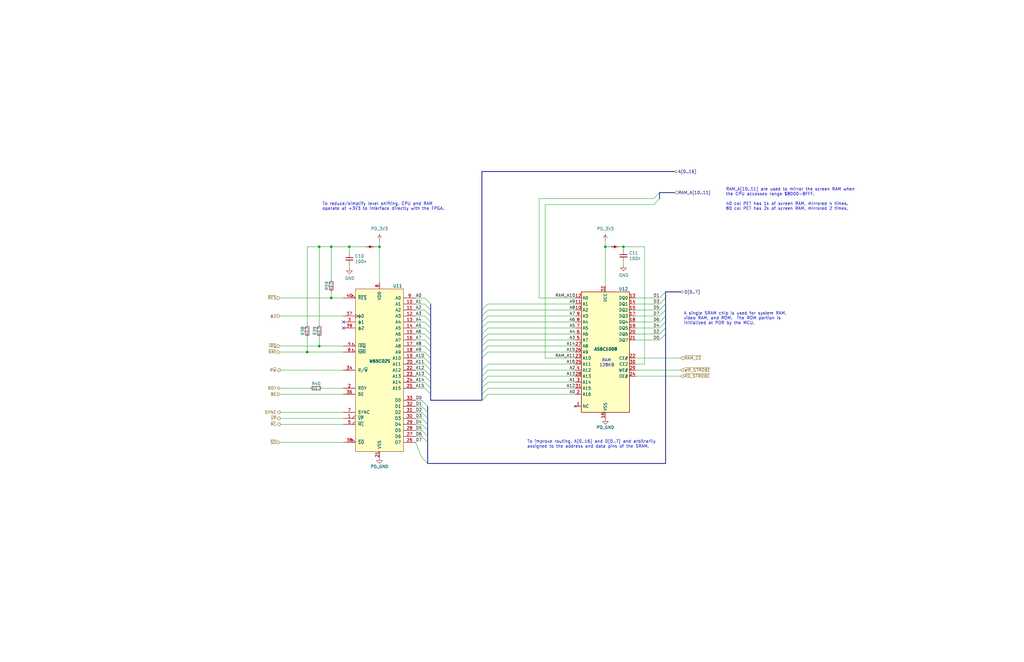
<source format=kicad_sch>
(kicad_sch (version 20211123) (generator eeschema)
  (paper "B")
  (title_block (title "CPU & RAM"))
  (lib_symbols
    (symbol "Device:C_Small" (pin_numbers hide) (pin_names (offset 0.254) hide)
      (property "Reference" "C" (at 0.254 1.778 0))
      (property "Value" "C_Small" (at 0.254 -2.032 0))
      (symbol "C_Small_0_1"
        (polyline (pts (xy -1.524 -0.508) (xy 1.524 -0.508)) (stroke (width 0.3302)))
        (polyline (pts (xy -1.524 0.508) (xy 1.524 0.508)) (stroke (width 0.3048)))
      )
      (symbol "C_Small_1_1"
        (pin passive line (at 0 2.54 270) (length 2.032) (name "~") (number "1"))
        (pin passive line (at 0 -2.54 90) (length 2.032) (name "~") (number "2"))
      )
    )
    (symbol "Device:R_Small" (pin_numbers hide) (pin_names (offset 0.254) hide)
      (property "Reference" "R" (at 0.762 0.508 0))
      (property "Value" "R_Small" (at 0.762 -1.016 0))
      (symbol "R_Small_0_1"
        (rectangle (start -0.762 1.778) (end 0.762 -1.778) (stroke (width 0.2032)))
      )
      (symbol "R_Small_1_1"
        (pin passive line (at 0 2.54 270) (length 0.762) (name "~") (number "1"))
        (pin passive line (at 0 -2.54 90) (length 0.762) (name "~") (number "2"))
      )
    )
    (symbol "Mainboard-rescue:AS6C1008-PET"
      (property "Reference" "U" (at -10.16 26.035 0))
      (property "Value" "AS6C1008-PET" (at 2.54 26.035 0))
      (symbol "AS6C1008-PET_0_0"
        (pin power_in line (at 0 -27.94 90) (length 2.54) (name "VSS") (number "16"))
        (pin power_in line (at 0 27.94 270) (length 2.54) (name "VCC") (number "32"))
      )
      (symbol "AS6C1008-PET_0_1"
        (rectangle (start -10.16 25.4) (end 10.16 -25.4) (stroke (width 0.254)) (fill (type background)))
      )
      (symbol "AS6C1008-PET_1_1"
        (pin no_connect line (at -12.7 -22.86 0) (length 2.54) (name "NC") (number "1"))
        (pin input line (at -12.7 17.78 0) (length 2.54) (name "A2") (number "10"))
        (pin input line (at -12.7 20.32 0) (length 2.54) (name "A1") (number "11"))
        (pin input line (at -12.7 22.86 0) (length 2.54) (name "A0") (number "12"))
        (pin tri_state line (at 12.7 22.86 180) (length 2.54) (name "DQ0") (number "13"))
        (pin tri_state line (at 12.7 20.32 180) (length 2.54) (name "DQ1") (number "14"))
        (pin tri_state line (at 12.7 17.78 180) (length 2.54) (name "DQ2") (number "15"))
        (pin tri_state line (at 12.7 15.24 180) (length 2.54) (name "DQ3") (number "17"))
        (pin tri_state line (at 12.7 12.7 180) (length 2.54) (name "DQ4") (number "18"))
        (pin tri_state line (at 12.7 10.16 180) (length 2.54) (name "DQ5") (number "19"))
        (pin input line (at -12.7 -17.78 0) (length 2.54) (name "A16") (number "2"))
        (pin tri_state line (at 12.7 7.62 180) (length 2.54) (name "DQ6") (number "20"))
        (pin tri_state line (at 12.7 5.08 180) (length 2.54) (name "DQ7") (number "21"))
        (pin input line (at 12.7 -2.54 180) (length 2.54) (name "CE#") (number "22"))
        (pin input line (at -12.7 -2.54 0) (length 2.54) (name "A10") (number "23"))
        (pin input line (at 12.7 -10.16 180) (length 2.54) (name "OE#") (number "24"))
        (pin input line (at -12.7 -5.08 0) (length 2.54) (name "A11") (number "25"))
        (pin input line (at -12.7 0 0) (length 2.54) (name "A9") (number "26"))
        (pin input line (at -12.7 2.54 0) (length 2.54) (name "A8") (number "27"))
        (pin input line (at -12.7 -10.16 0) (length 2.54) (name "A13") (number "28"))
        (pin input line (at 12.7 -7.62 180) (length 2.54) (name "WE#") (number "29"))
        (pin input line (at -12.7 -12.7 0) (length 2.54) (name "A14") (number "3"))
        (pin input line (at 12.7 -5.08 180) (length 2.54) (name "CE2") (number "30"))
        (pin input line (at -12.7 -15.24 0) (length 2.54) (name "A15") (number "31"))
        (pin input line (at -12.7 -7.62 0) (length 2.54) (name "A12") (number "4"))
        (pin input line (at -12.7 5.08 0) (length 2.54) (name "A7") (number "5"))
        (pin input line (at -12.7 7.62 0) (length 2.54) (name "A6") (number "6"))
        (pin input line (at -12.7 10.16 0) (length 2.54) (name "A5") (number "7"))
        (pin input line (at -12.7 12.7 0) (length 2.54) (name "A4") (number "8"))
        (pin input line (at -12.7 15.24 0) (length 2.54) (name "A3") (number "9"))
      )
    )
    (symbol "Mainboard-rescue:W65C02SxP-PET" (pin_names (offset 1.016))
      (property "Reference" "U" (at -10.16 35.56 0))
      (property "Value" "W65C02SxP-PET" (at 0 0 90))
      (symbol "W65C02SxP-PET_0_1"
        (rectangle (start -10.16 34.29) (end 10.16 -34.29) (fill (type background)))
      )
      (symbol "W65C02SxP-PET_1_1"
        (pin output output_low (at -15.24 -20.32 0) (length 5.08) (name "~{VP}") (number "1"))
        (pin tri_state line (at 15.24 27.94 180) (length 5.08) (name "A1") (number "10"))
        (pin tri_state line (at 15.24 25.4 180) (length 5.08) (name "A2") (number "11"))
        (pin tri_state line (at 15.24 22.86 180) (length 5.08) (name "A3") (number "12"))
        (pin tri_state line (at 15.24 20.32 180) (length 5.08) (name "A4") (number "13"))
        (pin tri_state line (at 15.24 17.78 180) (length 5.08) (name "A5") (number "14"))
        (pin tri_state line (at 15.24 15.24 180) (length 5.08) (name "A6") (number "15"))
        (pin tri_state line (at 15.24 12.7 180) (length 5.08) (name "A7") (number "16"))
        (pin tri_state line (at 15.24 10.16 180) (length 5.08) (name "A8") (number "17"))
        (pin tri_state line (at 15.24 7.62 180) (length 5.08) (name "A9") (number "18"))
        (pin tri_state line (at 15.24 5.08 180) (length 5.08) (name "A10") (number "19"))
        (pin open_collector line (at -15.24 -7.62 0) (length 5.08) (name "RDY") (number "2"))
        (pin tri_state line (at 15.24 2.54 180) (length 5.08) (name "A11") (number "20"))
        (pin power_in line (at 0 -36.83 90) (length 2.54) (name "VSS") (number "21"))
        (pin tri_state line (at 15.24 0 180) (length 5.08) (name "A12") (number "22"))
        (pin tri_state line (at 15.24 -2.54 180) (length 5.08) (name "A13") (number "23"))
        (pin tri_state line (at 15.24 -5.08 180) (length 5.08) (name "A14") (number "24"))
        (pin tri_state line (at 15.24 -7.62 180) (length 5.08) (name "A15") (number "25"))
        (pin bidirectional line (at 15.24 -30.48 180) (length 5.08) (name "D7") (number "26"))
        (pin bidirectional line (at 15.24 -27.94 180) (length 5.08) (name "D6") (number "27"))
        (pin bidirectional line (at 15.24 -25.4 180) (length 5.08) (name "D5") (number "28"))
        (pin bidirectional line (at 15.24 -22.86 180) (length 5.08) (name "D4") (number "29"))
        (pin output line (at -15.24 20.32 0) (length 5.08) (name "ϕ1") (number "3"))
        (pin bidirectional line (at 15.24 -20.32 180) (length 5.08) (name "D3") (number "30"))
        (pin bidirectional line (at 15.24 -17.78 180) (length 5.08) (name "D2") (number "31"))
        (pin bidirectional line (at 15.24 -15.24 180) (length 5.08) (name "D1") (number "32"))
        (pin bidirectional line (at 15.24 -12.7 180) (length 5.08) (name "D0") (number "33"))
        (pin tri_state line (at -15.24 0 0) (length 5.08) (name "R/~{W}") (number "34"))
        (pin no_connect non_logic (at -10.16 -27.94 0) (length 2.54) hide (name "nc") (number "35"))
        (pin input line (at -15.24 -10.16 0) (length 5.08) (name "BE") (number "36"))
        (pin input clock (at -15.24 22.86 0) (length 5.08) (name "ϕ0") (number "37"))
        (pin input input_low (at -15.24 -30.48 0) (length 5.08) (name "~{SO}") (number "38"))
        (pin output line (at -15.24 17.78 0) (length 5.08) (name "ϕ2") (number "39"))
        (pin input input_low (at -15.24 10.16 0) (length 5.08) (name "~{IRQ}") (number "4"))
        (pin input input_low (at -15.24 30.48 0) (length 5.08) (name "~{RES}") (number "40"))
        (pin output output_low (at -15.24 -22.86 0) (length 5.08) (name "~{ML}") (number "5"))
        (pin input input_low (at -15.24 7.62 0) (length 5.08) (name "~{NMI}") (number "6"))
        (pin output line (at -15.24 -17.78 0) (length 5.08) (name "SYNC") (number "7"))
        (pin power_in line (at 0 36.83 270) (length 2.54) (name "VDD") (number "8"))
        (pin tri_state line (at 15.24 30.48 180) (length 5.08) (name "A0") (number "9"))
      )
    )
    (symbol "PET:PD_3V3" (power) (pin_names (offset 0))
      (property "Value" "PD_3V3" (at 0 3.81 0))
      (symbol "PD_3V3_0_1"
        (polyline (pts (xy -0.762 1.27) (xy 0 2.54)))
        (polyline (pts (xy 0 0) (xy 0 2.54)))
        (polyline (pts (xy 0 2.54) (xy 0.762 1.27)))
      )
      (symbol "PD_3V3_1_1"
        (pin power_in line (at 0 0 90) (length 0) hide (name "PD_3V3") (number "1"))
      )
    )
    (symbol "PET:PD_GND" (power) (pin_names (offset 0))
      (property "Value" "PD_GND" (at 0 -3.81 0))
      (symbol "PD_GND_0_1"
        (polyline (pts (xy 0 0) (xy 0 -1.27) (xy 1.27 -1.27) (xy 0 -2.54) (xy -1.27 -1.27) (xy 0 -1.27)))
      )
      (symbol "PD_GND_1_1"
        (pin power_in line (at 0 0 270) (length 0) hide (name "PD_GND") (number "1"))
      )
    )
    (symbol "PET:PowerTie_2" (pin_numbers hide) (pin_names (offset 0) hide)
      (symbol "PowerTie_2_0_1"
        (polyline (pts (xy -1.27 0) (xy 1.27 0)) (stroke (width 0.254)))
        (polyline (pts (xy 0 0.635) (xy 0.635 0) (xy 0 -0.635) (xy 0 0.635)) (fill (type outline)))
      )
      (symbol "PowerTie_2_1_1"
        (pin power_in line (at -2.54 0 0) (length 2.54) (name "1") (number "1"))
        (pin power_out line (at 2.54 0 180) (length 2.54) (name "2") (number "2"))
      )
    )
    (symbol "power:GND" (power) (pin_names (offset 0))
      (property "Value" "GND" (at 0 -3.81 0))
      (symbol "GND_0_1"
        (polyline (pts (xy 0 0) (xy 0 -1.27) (xy 1.27 -1.27) (xy 0 -2.54) (xy -1.27 -1.27) (xy 0 -1.27)))
      )
      (symbol "GND_1_1"
        (pin power_in line (at 0 0 270) (length 0) hide (name "GND") (number "1"))
      )
    )
  )
  (junction (at 255.27 104.14))
  (junction (at 139.7 125.73))
  (junction (at 139.7 104.14))
  (junction (at 160.02 104.14))
  (junction (at 134.62 104.14))
  (junction (at 262.89 104.14))
  (junction (at 129.54 148.59))
  (junction (at 147.32 104.14))
  (junction (at 134.62 146.05))
  (no_connect (at 144.78 135.89))
  (no_connect (at 144.78 138.43))
  (bus_entry (at 205.74 153.67) (size -2.54 2.54))
  (bus_entry (at 177.8 168.91) (size 2.54 2.54))
  (bus_entry (at 278.13 138.43) (size 2.54 -2.54))
  (bus_entry (at 177.8 173.99) (size 2.54 2.54))
  (bus_entry (at 205.74 143.51) (size -2.54 2.54))
  (bus_entry (at 179.07 133.35) (size 2.54 2.54))
  (bus_entry (at 205.74 166.37) (size -2.54 2.54))
  (bus_entry (at 177.8 181.61) (size 2.54 2.54))
  (bus_entry (at 205.74 140.97) (size -2.54 2.54))
  (bus_entry (at 179.07 151.13) (size 2.54 2.54))
  (bus_entry (at 179.07 143.51) (size 2.54 2.54))
  (bus_entry (at 179.07 138.43) (size 2.54 2.54))
  (bus_entry (at 177.8 193.04) (size 2.54 2.54))
  (bus_entry (at 177.8 176.53) (size 2.54 2.54))
  (bus_entry (at 205.74 148.59) (size -2.54 2.54))
  (bus_entry (at 278.13 140.97) (size 2.54 -2.54))
  (bus_entry (at 205.74 161.29) (size -2.54 2.54))
  (bus_entry (at 179.07 125.73) (size 2.54 2.54))
  (bus_entry (at 275.59 86.36) (size 2.54 -2.54))
  (bus_entry (at 275.59 83.82) (size 2.54 -2.54))
  (bus_entry (at 179.07 128.27) (size 2.54 2.54))
  (bus_entry (at 205.74 138.43) (size -2.54 2.54))
  (bus_entry (at 205.74 130.81) (size -2.54 2.54))
  (bus_entry (at 278.13 143.51) (size 2.54 -2.54))
  (bus_entry (at 278.13 135.89) (size 2.54 -2.54))
  (bus_entry (at 205.74 133.35) (size -2.54 2.54))
  (bus_entry (at 205.74 156.21) (size -2.54 2.54))
  (bus_entry (at 278.13 128.27) (size 2.54 -2.54))
  (bus_entry (at 177.8 171.45) (size 2.54 2.54))
  (bus_entry (at 179.07 148.59) (size 2.54 2.54))
  (bus_entry (at 179.07 140.97) (size 2.54 2.54))
  (bus_entry (at 179.07 146.05) (size 2.54 2.54))
  (bus_entry (at 179.07 153.67) (size 2.54 2.54))
  (bus_entry (at 177.8 179.07) (size 2.54 2.54))
  (bus_entry (at 278.13 125.73) (size 2.54 -2.54))
  (bus_entry (at 205.74 158.75) (size -2.54 2.54))
  (bus_entry (at 179.07 163.83) (size 2.54 2.54))
  (bus_entry (at 278.13 133.35) (size 2.54 -2.54))
  (bus_entry (at 205.74 146.05) (size -2.54 2.54))
  (bus_entry (at 179.07 156.21) (size 2.54 2.54))
  (bus_entry (at 179.07 161.29) (size 2.54 2.54))
  (bus_entry (at 177.8 184.15) (size 2.54 2.54))
  (bus_entry (at 205.74 135.89) (size -2.54 2.54))
  (bus_entry (at 205.74 163.83) (size -2.54 2.54))
  (bus_entry (at 278.13 130.81) (size 2.54 -2.54))
  (bus_entry (at 179.07 135.89) (size 2.54 2.54))
  (bus_entry (at 179.07 158.75) (size 2.54 2.54))
  (bus_entry (at 205.74 128.27) (size -2.54 2.54))
  (bus_entry (at 179.07 130.81) (size 2.54 2.54))
  (wire (pts (xy 261.62 104.14) (xy 262.89 104.14)))
  (bus (pts (xy 280.67 128.27) (xy 280.67 130.81)))
  (bus (pts (xy 280.67 123.19) (xy 287.02 123.19)))
  (wire (pts (xy 147.32 104.14) (xy 147.32 106.68)))
  (wire (pts (xy 129.54 142.24) (xy 129.54 148.59)))
  (wire (pts (xy 267.97 153.67) (xy 271.78 153.67)))
  (bus (pts (xy 203.2 130.81) (xy 203.2 133.35)))
  (wire (pts (xy 158.75 104.14) (xy 160.02 104.14)))
  (wire (pts (xy 205.74 130.81) (xy 242.57 130.81)))
  (wire (pts (xy 175.26 138.43) (xy 179.07 138.43)))
  (wire (pts (xy 139.7 104.14) (xy 147.32 104.14)))
  (bus (pts (xy 181.61 168.91) (xy 203.2 168.91)))
  (wire (pts (xy 267.97 143.51) (xy 278.13 143.51)))
  (wire (pts (xy 129.54 104.14) (xy 129.54 137.16)))
  (wire (pts (xy 175.26 135.89) (xy 179.07 135.89)))
  (wire (pts (xy 227.33 83.82) (xy 275.59 83.82)))
  (bus (pts (xy 181.61 143.51) (xy 181.61 146.05)))
  (bus (pts (xy 181.61 133.35) (xy 181.61 135.89)))
  (wire (pts (xy 175.26 179.07) (xy 177.8 179.07)))
  (wire (pts (xy 175.26 176.53) (xy 177.8 176.53)))
  (bus (pts (xy 181.61 158.75) (xy 181.61 161.29)))
  (bus (pts (xy 181.61 140.97) (xy 181.61 143.51)))
  (wire (pts (xy 267.97 135.89) (xy 278.13 135.89)))
  (bus (pts (xy 203.2 140.97) (xy 203.2 143.51)))
  (wire (pts (xy 175.26 143.51) (xy 179.07 143.51)))
  (wire (pts (xy 205.74 153.67) (xy 242.57 153.67)))
  (bus (pts (xy 181.61 130.81) (xy 181.61 133.35)))
  (bus (pts (xy 280.67 138.43) (xy 280.67 140.97)))
  (wire (pts (xy 175.26 153.67) (xy 179.07 153.67)))
  (bus (pts (xy 181.61 161.29) (xy 181.61 163.83)))
  (bus (pts (xy 280.67 133.35) (xy 280.67 135.89)))
  (wire (pts (xy 144.78 166.37) (xy 118.11 166.37)))
  (wire (pts (xy 287.02 158.75) (xy 267.97 158.75)))
  (wire (pts (xy 271.78 104.14) (xy 271.78 153.67)))
  (bus (pts (xy 181.61 151.13) (xy 181.61 153.67)))
  (wire (pts (xy 175.26 161.29) (xy 179.07 161.29)))
  (bus (pts (xy 203.2 143.51) (xy 203.2 146.05)))
  (wire (pts (xy 175.26 130.81) (xy 179.07 130.81)))
  (wire (pts (xy 129.54 104.14) (xy 134.62 104.14)))
  (wire (pts (xy 205.74 140.97) (xy 242.57 140.97)))
  (bus (pts (xy 280.67 125.73) (xy 280.67 128.27)))
  (bus (pts (xy 181.61 166.37) (xy 181.61 168.91)))
  (wire (pts (xy 205.74 148.59) (xy 242.57 148.59)))
  (wire (pts (xy 255.27 104.14) (xy 256.54 104.14)))
  (wire (pts (xy 287.02 156.21) (xy 267.97 156.21)))
  (wire (pts (xy 134.62 146.05) (xy 134.62 142.24)))
  (wire (pts (xy 118.11 179.07) (xy 144.78 179.07)))
  (bus (pts (xy 181.61 153.67) (xy 181.61 156.21)))
  (wire (pts (xy 144.78 156.21) (xy 118.11 156.21)))
  (bus (pts (xy 203.2 163.83) (xy 203.2 166.37)))
  (wire (pts (xy 205.74 128.27) (xy 242.57 128.27)))
  (wire (pts (xy 205.74 135.89) (xy 242.57 135.89)))
  (wire (pts (xy 175.26 171.45) (xy 177.8 171.45)))
  (wire (pts (xy 255.27 101.6) (xy 255.27 104.14)))
  (wire (pts (xy 229.87 86.36) (xy 229.87 151.13)))
  (wire (pts (xy 175.26 146.05) (xy 179.07 146.05)))
  (bus (pts (xy 181.61 138.43) (xy 181.61 140.97)))
  (bus (pts (xy 181.61 146.05) (xy 181.61 148.59)))
  (wire (pts (xy 205.74 163.83) (xy 242.57 163.83)))
  (wire (pts (xy 287.02 151.13) (xy 267.97 151.13)))
  (wire (pts (xy 135.89 163.83) (xy 144.78 163.83)))
  (bus (pts (xy 203.2 133.35) (xy 203.2 135.89)))
  (bus (pts (xy 180.34 179.07) (xy 180.34 181.61)))
  (wire (pts (xy 255.27 104.14) (xy 255.27 120.65)))
  (wire (pts (xy 205.74 166.37) (xy 242.57 166.37)))
  (wire (pts (xy 175.26 181.61) (xy 177.8 181.61)))
  (wire (pts (xy 118.11 176.53) (xy 144.78 176.53)))
  (bus (pts (xy 181.61 163.83) (xy 181.61 166.37)))
  (wire (pts (xy 262.89 104.14) (xy 271.78 104.14)))
  (wire (pts (xy 118.11 163.83) (xy 130.81 163.83)))
  (bus (pts (xy 180.34 173.99) (xy 180.34 176.53)))
  (bus (pts (xy 181.61 156.21) (xy 181.61 158.75)))
  (wire (pts (xy 227.33 125.73) (xy 242.57 125.73)))
  (bus (pts (xy 203.2 72.39) (xy 284.48 72.39)))
  (wire (pts (xy 147.32 104.14) (xy 153.67 104.14)))
  (bus (pts (xy 181.61 128.27) (xy 181.61 130.81)))
  (wire (pts (xy 205.74 138.43) (xy 242.57 138.43)))
  (bus (pts (xy 180.34 181.61) (xy 180.34 184.15)))
  (bus (pts (xy 203.2 161.29) (xy 203.2 163.83)))
  (wire (pts (xy 129.54 148.59) (xy 144.78 148.59)))
  (wire (pts (xy 175.26 125.73) (xy 179.07 125.73)))
  (bus (pts (xy 203.2 72.39) (xy 203.2 130.81)))
  (bus (pts (xy 203.2 138.43) (xy 203.2 140.97)))
  (bus (pts (xy 278.13 81.28) (xy 278.13 83.82)))
  (wire (pts (xy 267.97 140.97) (xy 278.13 140.97)))
  (bus (pts (xy 180.34 176.53) (xy 180.34 179.07)))
  (wire (pts (xy 267.97 125.73) (xy 278.13 125.73)))
  (wire (pts (xy 147.32 111.76) (xy 147.32 113.03)))
  (wire (pts (xy 118.11 125.73) (xy 139.7 125.73)))
  (bus (pts (xy 180.34 171.45) (xy 180.34 173.99)))
  (wire (pts (xy 227.33 83.82) (xy 227.33 125.73)))
  (wire (pts (xy 205.74 143.51) (xy 242.57 143.51)))
  (wire (pts (xy 267.97 130.81) (xy 278.13 130.81)))
  (wire (pts (xy 262.89 110.49) (xy 262.89 111.76)))
  (bus (pts (xy 284.48 81.28) (xy 278.13 81.28)))
  (wire (pts (xy 267.97 133.35) (xy 278.13 133.35)))
  (bus (pts (xy 203.2 166.37) (xy 203.2 168.91)))
  (bus (pts (xy 181.61 135.89) (xy 181.61 138.43)))
  (wire (pts (xy 144.78 133.35) (xy 118.11 133.35)))
  (wire (pts (xy 205.74 161.29) (xy 242.57 161.29)))
  (bus (pts (xy 181.61 148.59) (xy 181.61 151.13)))
  (wire (pts (xy 134.62 146.05) (xy 144.78 146.05)))
  (wire (pts (xy 175.26 148.59) (xy 179.07 148.59)))
  (wire (pts (xy 134.62 104.14) (xy 139.7 104.14)))
  (wire (pts (xy 160.02 104.14) (xy 160.02 119.38)))
  (bus (pts (xy 203.2 135.89) (xy 203.2 138.43)))
  (wire (pts (xy 160.02 101.6) (xy 160.02 104.14)))
  (bus (pts (xy 280.67 135.89) (xy 280.67 138.43)))
  (bus (pts (xy 180.34 195.58) (xy 280.67 195.58)))
  (wire (pts (xy 262.89 104.14) (xy 262.89 105.41)))
  (wire (pts (xy 139.7 125.73) (xy 144.78 125.73)))
  (wire (pts (xy 175.26 173.99) (xy 177.8 173.99)))
  (wire (pts (xy 205.74 156.21) (xy 242.57 156.21)))
  (wire (pts (xy 175.26 151.13) (xy 179.07 151.13)))
  (wire (pts (xy 267.97 128.27) (xy 278.13 128.27)))
  (wire (pts (xy 175.26 163.83) (xy 179.07 163.83)))
  (bus (pts (xy 280.67 130.81) (xy 280.67 133.35)))
  (wire (pts (xy 118.11 186.69) (xy 144.78 186.69)))
  (wire (pts (xy 175.26 140.97) (xy 179.07 140.97)))
  (bus (pts (xy 203.2 156.21) (xy 203.2 158.75)))
  (wire (pts (xy 175.26 128.27) (xy 179.07 128.27)))
  (bus (pts (xy 180.34 184.15) (xy 180.34 186.69)))
  (wire (pts (xy 175.26 184.15) (xy 177.8 184.15)))
  (wire (pts (xy 205.74 133.35) (xy 242.57 133.35)))
  (wire (pts (xy 205.74 158.75) (xy 242.57 158.75)))
  (wire (pts (xy 175.26 133.35) (xy 179.07 133.35)))
  (wire (pts (xy 205.74 146.05) (xy 242.57 146.05)))
  (wire (pts (xy 175.26 186.69) (xy 177.8 193.04)))
  (wire (pts (xy 267.97 138.43) (xy 278.13 138.43)))
  (wire (pts (xy 175.26 168.91) (xy 177.8 168.91)))
  (bus (pts (xy 203.2 148.59) (xy 203.2 151.13)))
  (wire (pts (xy 134.62 104.14) (xy 134.62 137.16)))
  (bus (pts (xy 180.34 186.69) (xy 180.34 195.58)))
  (wire (pts (xy 175.26 158.75) (xy 179.07 158.75)))
  (bus (pts (xy 280.67 140.97) (xy 280.67 195.58)))
  (bus (pts (xy 203.2 158.75) (xy 203.2 161.29)))
  (wire (pts (xy 118.11 146.05) (xy 134.62 146.05)))
  (wire (pts (xy 118.11 148.59) (xy 129.54 148.59)))
  (bus (pts (xy 203.2 151.13) (xy 203.2 156.21)))
  (wire (pts (xy 175.26 156.21) (xy 179.07 156.21)))
  (wire (pts (xy 229.87 86.36) (xy 275.59 86.36)))
  (wire (pts (xy 139.7 104.14) (xy 139.7 118.11)))
  (wire (pts (xy 139.7 123.19) (xy 139.7 125.73)))
  (bus (pts (xy 280.67 123.19) (xy 280.67 125.73)))
  (wire (pts (xy 229.87 151.13) (xy 242.57 151.13)))
  (bus (pts (xy 203.2 146.05) (xy 203.2 148.59)))
  (wire (pts (xy 118.11 173.99) (xy 144.78 173.99)))
  (text "RAM_A[10..11] are used to mirror the screen RAM when\nthe CPU accesses range $8000-8FFF.\n\n40 col PET has 1k of screen RAM, mirrored 4 times.\n80 col PET has 2k of screen RAM, mirrored 2 times.\n" (at 306.07 88.9 0) (effects (font (size 1.27 1.27)) (justify left bottom)))
  (text "To improve routing, A[0..16] and D[0..7] and arbitrarily\nassigned to the address and data pins of the SRAM." (at 222.25 189.23 0) (effects (font (size 1.27 1.27)) (justify left bottom)))
  (text "A single SRAM chip is used for system RAM,\nvideo RAM, and ROM.  The ROM portion is\ninitialized at POR by the MCU." (at 288.29 137.16 0) (effects (font (size 1.27 1.27)) (justify left bottom)))
  (text " RAM\n128KB" (at 252.73 154.94 0) (effects (font (size 1.27 1.27)) (justify left bottom)))
  (text "To reduce/simplify level shifting, CPU and RAM\noperate at +3V3 to interface directly with the FPGA." (at 135.89 88.9 0) (effects (font (size 1.27 1.27)) (justify left bottom)))
  (label "D5" (at 175.26 181.61 0))
  (label "A3" (at 175.26 133.35 0))
  (label "A0" (at 175.26 125.73 0))
  (label "D0" (at 278.13 143.51 180))
  (label "A13" (at 175.26 158.75 0))
  (label "D2" (at 175.26 173.99 0))
  (label "D5" (at 278.13 130.81 180))
  (label "RAM_A10" (at 242.57 125.73 180))
  (label "A16" (at 242.57 153.67 180))
  (label "A1" (at 242.57 161.29 180))
  (label "A14" (at 242.57 146.05 180))
  (label "D0" (at 175.26 168.91 0))
  (label "D1" (at 278.13 125.73 180))
  (label "D6" (at 278.13 135.89 180))
  (label "A2" (at 242.57 156.21 180))
  (label "A12" (at 175.26 156.21 0))
  (label "A10" (at 175.26 151.13 0))
  (label "A8" (at 242.57 130.81 180))
  (label "A5" (at 175.26 138.43 0))
  (label "A14" (at 175.26 161.29 0))
  (label "A8" (at 175.26 146.05 0))
  (label "A9" (at 175.26 148.59 0))
  (label "A11" (at 175.26 153.67 0))
  (label "A0" (at 242.57 166.37 180))
  (label "RAM_A11" (at 242.57 151.13 180))
  (label "A7" (at 242.57 133.35 180))
  (label "D1" (at 175.26 171.45 0))
  (label "A4" (at 175.26 135.89 0))
  (label "A15" (at 175.26 163.83 0))
  (label "A15" (at 242.57 148.59 180))
  (label "D2" (at 278.13 140.97 180))
  (label "A3" (at 242.57 143.51 180))
  (label "A13" (at 242.57 158.75 180))
  (label "A9" (at 242.57 128.27 180))
  (label "D7" (at 175.26 186.69 0))
  (label "D3" (at 278.13 128.27 180))
  (label "D4" (at 278.13 138.43 180))
  (label "A6" (at 242.57 135.89 180))
  (label "A6" (at 175.26 140.97 0))
  (label "D6" (at 175.26 184.15 0))
  (label "D4" (at 175.26 179.07 0))
  (label "A2" (at 175.26 130.81 0))
  (label "A12" (at 242.57 163.83 180))
  (label "D7" (at 278.13 133.35 180))
  (label "A4" (at 242.57 140.97 180))
  (label "D3" (at 175.26 176.53 0))
  (label "A1" (at 175.26 128.27 0))
  (label "A5" (at 242.57 138.43 180))
  (label "A7" (at 175.26 143.51 0))
  (hierarchical_label "~{VP}" (shape output) (at 118.11 176.53 180))
  (hierarchical_label "RDY" (shape bidirectional) (at 118.11 163.83 180))
  (hierarchical_label "A[0..16]" (shape bidirectional) (at 284.48 72.39 0))
  (hierarchical_label "~{IRQ}" (shape input) (at 118.11 146.05 180))
  (hierarchical_label "D[0..7]" (shape bidirectional) (at 287.02 123.19 0))
  (hierarchical_label "R~{W}" (shape output) (at 118.11 156.21 180))
  (hierarchical_label "~{RD_STROBE}" (shape input) (at 287.02 158.75 0))
  (hierarchical_label "~{RES}" (shape input) (at 118.11 125.73 180))
  (hierarchical_label "~{RAM_CE}" (shape input) (at 287.02 151.13 0))
  (hierarchical_label "~{SO}" (shape input) (at 118.11 186.69 180))
  (hierarchical_label "BE" (shape input) (at 118.11 166.37 180))
  (hierarchical_label "RAM_A[10..11]" (shape input) (at 284.48 81.28 0))
  (hierarchical_label "~{ML}" (shape output) (at 118.11 179.07 180))
  (hierarchical_label "ϕ2" (shape input) (at 118.11 133.35 180))
  (hierarchical_label "~{NMI}" (shape input) (at 118.11 148.59 180))
  (hierarchical_label "SYNC" (shape output) (at 118.11 173.99 180))
  (hierarchical_label "~{WR_STROBE}" (shape input) (at 287.02 156.21 0))
  (symbol (lib_id "Mainboard-rescue:W65C02SxP-PET") (at 160.02 156.21 0) (unit 1)
    (property "Reference" "U11" (at 167.64 120.65 0))
    (property "Value" "W65C02S" (at 160.02 152.4 0) (effects (font bold italic)))
    (property "Footprint" "Package_DIP:DIP-40_W15.24mm_Socket" (effects hide))
    (property "Datasheet" "https://www.mouser.com/datasheet/2/436/w65c02s-2572.pdf" (effects hide))
    (property "MOUSER" "955-W65C02S6TPG-14" (effects hide))
    (property "DIGI-KEY" "AE10008-ND" (effects hide))
  )
  (symbol (lib_id "Mainboard-rescue:AS6C1008-PET") (at 255.27 148.59 0) (unit 1)
    (property "Reference" "U12" (at 262.89 121.92 0))
    (property "Value" "AS6C1008" (at 255.27 147.32 0) (effects (font bold italic)))
    (property "Footprint" "Package_DIP:DIP-32_W15.24mm_Socket" (effects hide))
    (property "Datasheet" "https://www.mouser.com/datasheet/2/12/AS6C1008feb2007-1511508.pdf" (effects hide))
    (property "MOUSER" "913-AS6C1008-55PCN" (effects hide))
    (property "DIGI-KEY" "2057-ICS-632-T-ND" (effects hide))
  )
  (symbol (lib_id "Device:R_Small") (at 129.54 139.7 0) (unit 1)
    (property "Reference" "R38" (at 127.635 141.605 90) (effects (justify left)))
    (property "Value" "4k7" (at 129.54 141.605 90) (effects (justify left)))
    (property "Footprint" "Resistor_SMD:R_0402_1005Metric" (effects hide))
    (property "Datasheet" "https://datasheet.lcsc.com/lcsc/2206010045_UNI-ROYAL-Uniroyal-Elec-0402WGF4701TCE_C25900.pdf" (effects hide))
    (property "LCSC" "C25900" (effects hide))
  )
  (symbol (lib_id "Device:R_Small") (at 133.35 163.83 90) (unit 1)
    (property "Reference" "R40" (at 135.255 161.925 90) (effects (justify left)))
    (property "Value" "4k7" (at 135.255 163.83 90) (effects (justify left)))
    (property "Footprint" "Resistor_SMD:R_0402_1005Metric" (effects hide))
    (property "Datasheet" "https://datasheet.lcsc.com/lcsc/2206010045_UNI-ROYAL-Uniroyal-Elec-0402WGF4701TCE_C25900.pdf" (effects hide))
    (property "LCSC" "C25900" (effects hide))
  )
  (symbol (lib_id "Device:R_Small") (at 134.62 139.7 0) (unit 1)
    (property "Reference" "R39" (at 132.715 141.605 90) (effects (justify left)))
    (property "Value" "4k7" (at 134.62 141.605 90) (effects (justify left)))
    (property "Footprint" "Resistor_SMD:R_0402_1005Metric" (effects hide))
    (property "Datasheet" "https://datasheet.lcsc.com/lcsc/2206010045_UNI-ROYAL-Uniroyal-Elec-0402WGF4701TCE_C25900.pdf" (effects hide))
    (property "LCSC" "C25900" (effects hide))
  )
  (symbol (lib_id "Device:C_Small") (at 147.32 109.22 0) (unit 1)
    (property "Reference" "C10" (at 149.6568 108.0516 0) (effects (justify left)))
    (property "Value" "100n" (at 149.6568 110.363 0) (effects (justify left)))
    (property "Footprint" "Capacitor_SMD:C_0402_1005Metric" (effects hide))
    (property "Datasheet" "https://datasheet.lcsc.com/lcsc/1810191219_Samsung-Electro-Mechanics-CL05B104KO5NNNC_C1525.pdf" (effects hide))
    (property "LCSC" "C1525" (effects hide))
  )
  (symbol (lib_id "Device:C_Small") (at 262.89 107.95 0) (unit 1)
    (property "Reference" "C11" (at 265.2268 106.7816 0) (effects (justify left)))
    (property "Value" "100n" (at 265.2268 109.093 0) (effects (justify left)))
    (property "Footprint" "Capacitor_SMD:C_0402_1005Metric" (effects hide))
    (property "Datasheet" "https://datasheet.lcsc.com/lcsc/1810191219_Samsung-Electro-Mechanics-CL05B104KO5NNNC_C1525.pdf" (effects hide))
    (property "LCSC" "C1525" (effects hide))
  )
  (symbol (lib_id "PET:PD_GND") (at 255.27 176.53 0) (unit 1)
    (property "Reference" "#PWR0198" (effects hide))
    (property "Value" "PD_GND" (at 255.27 180.34 0))
  )
  (symbol (lib_id "Device:R_Small") (at 139.7 120.65 0) (unit 1)
    (property "Reference" "R59" (at 137.795 122.555 90) (effects (justify left)))
    (property "Value" "4k7" (at 139.7 122.555 90) (effects (justify left)))
    (property "Footprint" "Resistor_SMD:R_0402_1005Metric" (effects hide))
    (property "Datasheet" "https://datasheet.lcsc.com/lcsc/2206010045_UNI-ROYAL-Uniroyal-Elec-0402WGF4701TCE_C25900.pdf" (effects hide))
    (property "LCSC" "C25900" (effects hide))
  )
  (symbol (lib_id "PET:PD_GND") (at 160.02 193.04 0) (unit 1)
    (property "Reference" "#PWR0136" (effects hide))
    (property "Value" "PD_GND" (at 160.02 196.85 0))
  )
  (symbol (lib_id "power:GND") (at 147.32 113.03 0) (unit 1)
    (property "Reference" "#PWR0221" (effects hide))
    (property "Value" "GND" (at 147.447 117.4242 0))
  )
  (symbol (lib_id "PET:PD_3V3") (at 255.27 101.6 0) (unit 1)
    (property "Reference" "#PWR0127" (effects hide))
    (property "Value" "PD_3V3" (at 255.27 96.52 0))
  )
  (symbol (lib_id "PET:PowerTie_2") (at 156.21 104.14 0) (mirror y) (unit 1)
    (property "Reference" "PT1" (effects hide))
    (property "Value" "PowerTie_2" (effects hide))
    (property "Footprint" "PET:NetTie-2_SMD_Pad_1.6_to_0.4mm" (effects hide))
  )
  (symbol (lib_id "PET:PD_3V3") (at 160.02 101.6 0) (unit 1)
    (property "Reference" "#PWR0143" (effects hide))
    (property "Value" "PD_3V3" (at 160.02 96.52 0))
  )
  (symbol (lib_id "PET:PowerTie_2") (at 259.08 104.14 0) (unit 1)
    (property "Reference" "PT2" (effects hide))
    (property "Value" "PowerTie_2" (effects hide))
    (property "Footprint" "PET:NetTie-2_SMD_Pad_1.6_to_0.4mm" (effects hide))
  )
  (symbol (lib_id "power:GND") (at 262.89 111.76 0) (unit 1)
    (property "Reference" "#PWR0128" (effects hide))
    (property "Value" "GND" (at 263.017 116.1542 0))
  )
)
</source>
